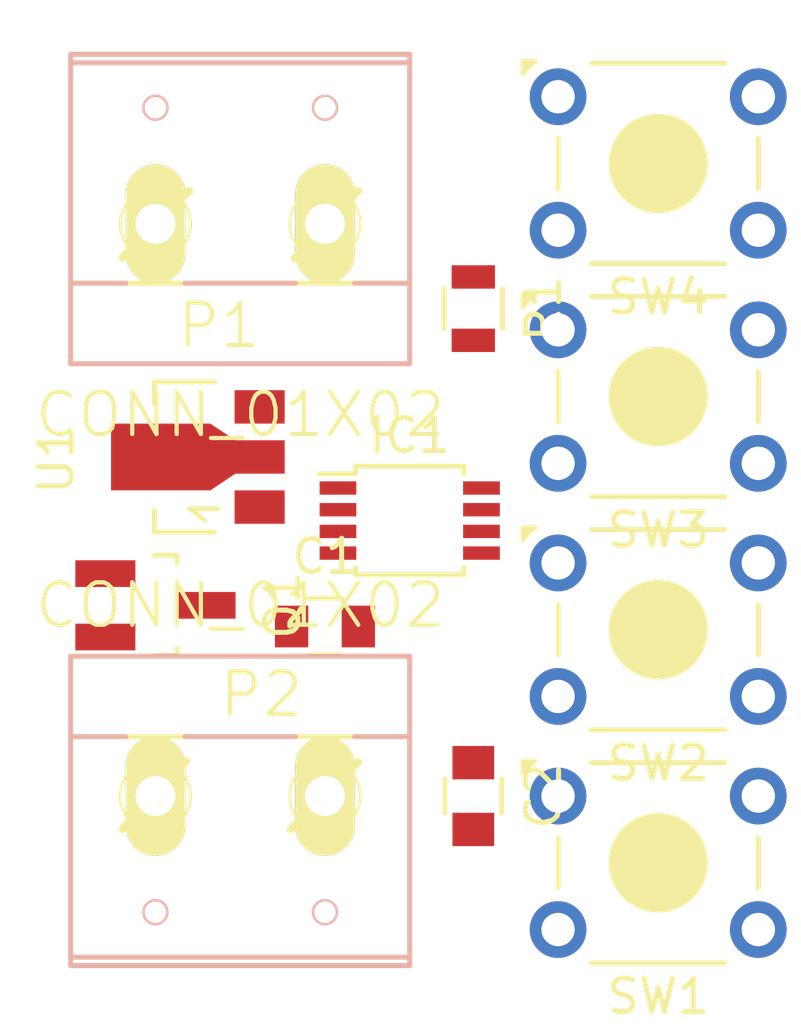
<source format=kicad_pcb>
(kicad_pcb (version 4) (host pcbnew 4.0.2+e4-6225~38~ubuntu16.04.1-stable)

  (general
    (links 24)
    (no_connects 24)
    (area 180.922857 113.665 207.464286 144.77)
    (thickness 1.6)
    (drawings 0)
    (tracks 0)
    (zones 0)
    (modules 12)
    (nets 11)
  )

  (page A4)
  (layers
    (0 F.Cu signal)
    (31 B.Cu signal)
    (32 B.Adhes user)
    (33 F.Adhes user)
    (34 B.Paste user)
    (35 F.Paste user)
    (36 B.SilkS user)
    (37 F.SilkS user)
    (38 B.Mask user)
    (39 F.Mask user)
    (40 Dwgs.User user)
    (41 Cmts.User user)
    (42 Eco1.User user)
    (43 Eco2.User user)
    (44 Edge.Cuts user)
    (45 Margin user)
    (46 B.CrtYd user)
    (47 F.CrtYd user)
    (48 B.Fab user)
    (49 F.Fab user)
  )

  (setup
    (last_trace_width 0.25)
    (trace_clearance 0.2)
    (zone_clearance 0.508)
    (zone_45_only no)
    (trace_min 0.2)
    (segment_width 0.2)
    (edge_width 0.15)
    (via_size 0.6)
    (via_drill 0.4)
    (via_min_size 0.4)
    (via_min_drill 0.3)
    (uvia_size 0.3)
    (uvia_drill 0.1)
    (uvias_allowed no)
    (uvia_min_size 0.2)
    (uvia_min_drill 0.1)
    (pcb_text_width 0.3)
    (pcb_text_size 1.5 1.5)
    (mod_edge_width 0.15)
    (mod_text_size 1 1)
    (mod_text_width 0.15)
    (pad_size 1.524 1.524)
    (pad_drill 0.762)
    (pad_to_mask_clearance 0.2)
    (aux_axis_origin 0 0)
    (visible_elements FFFFFF5F)
    (pcbplotparams
      (layerselection 0x00030_80000001)
      (usegerberextensions false)
      (excludeedgelayer true)
      (linewidth 0.100000)
      (plotframeref false)
      (viasonmask false)
      (mode 1)
      (useauxorigin false)
      (hpglpennumber 1)
      (hpglpenspeed 20)
      (hpglpendiameter 15)
      (hpglpenoverlay 2)
      (psnegative false)
      (psa4output false)
      (plotreference true)
      (plotvalue true)
      (plotinvisibletext false)
      (padsonsilk false)
      (subtractmaskfromsilk false)
      (outputformat 1)
      (mirror false)
      (drillshape 1)
      (scaleselection 1)
      (outputdirectory ""))
  )

  (net 0 "")
  (net 1 +12V)
  (net 2 +5V)
  (net 3 "Net-(IC1-Pad1)")
  (net 4 "Net-(IC1-Pad2)")
  (net 5 "Net-(IC1-Pad3)")
  (net 6 "Net-(IC1-Pad5)")
  (net 7 "Net-(IC1-Pad6)")
  (net 8 "Net-(IC1-Pad7)")
  (net 9 /out)
  (net 10 GND)

  (net_class Default "This is the default net class."
    (clearance 0.2)
    (trace_width 0.25)
    (via_dia 0.6)
    (via_drill 0.4)
    (uvia_dia 0.3)
    (uvia_drill 0.1)
    (add_net +12V)
    (add_net +5V)
    (add_net /out)
    (add_net GND)
    (add_net "Net-(IC1-Pad1)")
    (add_net "Net-(IC1-Pad2)")
    (add_net "Net-(IC1-Pad3)")
    (add_net "Net-(IC1-Pad5)")
    (add_net "Net-(IC1-Pad6)")
    (add_net "Net-(IC1-Pad7)")
  )

  (module Capacitors_SMD:C_0805 (layer F.Cu) (tedit 5415D6EA) (tstamp 57A73F24)
    (at 193.04 132.715)
    (descr "Capacitor SMD 0805, reflow soldering, AVX (see smccp.pdf)")
    (tags "capacitor 0805")
    (path /57A73350)
    (attr smd)
    (fp_text reference C1 (at 0 -2.1) (layer F.SilkS)
      (effects (font (size 1 1) (thickness 0.15)))
    )
    (fp_text value C_Small (at 0 2.1) (layer F.Fab)
      (effects (font (size 1 1) (thickness 0.15)))
    )
    (fp_line (start -1.8 -1) (end 1.8 -1) (layer F.CrtYd) (width 0.05))
    (fp_line (start -1.8 1) (end 1.8 1) (layer F.CrtYd) (width 0.05))
    (fp_line (start -1.8 -1) (end -1.8 1) (layer F.CrtYd) (width 0.05))
    (fp_line (start 1.8 -1) (end 1.8 1) (layer F.CrtYd) (width 0.05))
    (fp_line (start 0.5 -0.85) (end -0.5 -0.85) (layer F.SilkS) (width 0.15))
    (fp_line (start -0.5 0.85) (end 0.5 0.85) (layer F.SilkS) (width 0.15))
    (pad 1 smd rect (at -1 0) (size 1 1.25) (layers F.Cu F.Paste F.Mask)
      (net 1 +12V))
    (pad 2 smd rect (at 1 0) (size 1 1.25) (layers F.Cu F.Paste F.Mask)
      (net 10 GND))
    (model Capacitors_SMD.3dshapes/C_0805.wrl
      (at (xyz 0 0 0))
      (scale (xyz 1 1 1))
      (rotate (xyz 0 0 0))
    )
  )

  (module Capacitors_SMD:C_0805 (layer F.Cu) (tedit 5415D6EA) (tstamp 57A73F2A)
    (at 197.485 137.795 270)
    (descr "Capacitor SMD 0805, reflow soldering, AVX (see smccp.pdf)")
    (tags "capacitor 0805")
    (path /57A73373)
    (attr smd)
    (fp_text reference C2 (at 0 -2.1 270) (layer F.SilkS)
      (effects (font (size 1 1) (thickness 0.15)))
    )
    (fp_text value C_Small (at 0 2.1 270) (layer F.Fab)
      (effects (font (size 1 1) (thickness 0.15)))
    )
    (fp_line (start -1.8 -1) (end 1.8 -1) (layer F.CrtYd) (width 0.05))
    (fp_line (start -1.8 1) (end 1.8 1) (layer F.CrtYd) (width 0.05))
    (fp_line (start -1.8 -1) (end -1.8 1) (layer F.CrtYd) (width 0.05))
    (fp_line (start 1.8 -1) (end 1.8 1) (layer F.CrtYd) (width 0.05))
    (fp_line (start 0.5 -0.85) (end -0.5 -0.85) (layer F.SilkS) (width 0.15))
    (fp_line (start -0.5 0.85) (end 0.5 0.85) (layer F.SilkS) (width 0.15))
    (pad 1 smd rect (at -1 0 270) (size 1 1.25) (layers F.Cu F.Paste F.Mask)
      (net 2 +5V))
    (pad 2 smd rect (at 1 0 270) (size 1 1.25) (layers F.Cu F.Paste F.Mask)
      (net 10 GND))
    (model Capacitors_SMD.3dshapes/C_0805.wrl
      (at (xyz 0 0 0))
      (scale (xyz 1 1 1))
      (rotate (xyz 0 0 0))
    )
  )

  (module Housings_SSOP:TSSOP-8_3x3mm_Pitch0.65mm (layer F.Cu) (tedit 54130A77) (tstamp 57A73F36)
    (at 195.58 129.54)
    (descr "TSSOP8: plastic thin shrink small outline package; 8 leads; body width 3 mm; (see NXP SSOP-TSSOP-VSO-REFLOW.pdf and sot505-1_po.pdf)")
    (tags "SSOP 0.65")
    (path /57A730B7)
    (attr smd)
    (fp_text reference IC1 (at 0 -2.55) (layer F.SilkS)
      (effects (font (size 1 1) (thickness 0.15)))
    )
    (fp_text value ATTINY85-P (at 0 2.55) (layer F.Fab)
      (effects (font (size 1 1) (thickness 0.15)))
    )
    (fp_line (start -2.95 -1.8) (end -2.95 1.8) (layer F.CrtYd) (width 0.05))
    (fp_line (start 2.95 -1.8) (end 2.95 1.8) (layer F.CrtYd) (width 0.05))
    (fp_line (start -2.95 -1.8) (end 2.95 -1.8) (layer F.CrtYd) (width 0.05))
    (fp_line (start -2.95 1.8) (end 2.95 1.8) (layer F.CrtYd) (width 0.05))
    (fp_line (start -1.625 -1.625) (end -1.625 -1.4) (layer F.SilkS) (width 0.15))
    (fp_line (start 1.625 -1.625) (end 1.625 -1.4) (layer F.SilkS) (width 0.15))
    (fp_line (start 1.625 1.625) (end 1.625 1.4) (layer F.SilkS) (width 0.15))
    (fp_line (start -1.625 1.625) (end -1.625 1.4) (layer F.SilkS) (width 0.15))
    (fp_line (start -1.625 -1.625) (end 1.625 -1.625) (layer F.SilkS) (width 0.15))
    (fp_line (start -1.625 1.625) (end 1.625 1.625) (layer F.SilkS) (width 0.15))
    (fp_line (start -1.625 -1.4) (end -2.7 -1.4) (layer F.SilkS) (width 0.15))
    (pad 1 smd rect (at -2.15 -0.975) (size 1.1 0.4) (layers F.Cu F.Paste F.Mask)
      (net 3 "Net-(IC1-Pad1)"))
    (pad 2 smd rect (at -2.15 -0.325) (size 1.1 0.4) (layers F.Cu F.Paste F.Mask)
      (net 4 "Net-(IC1-Pad2)"))
    (pad 3 smd rect (at -2.15 0.325) (size 1.1 0.4) (layers F.Cu F.Paste F.Mask)
      (net 5 "Net-(IC1-Pad3)"))
    (pad 4 smd rect (at -2.15 0.975) (size 1.1 0.4) (layers F.Cu F.Paste F.Mask)
      (net 10 GND))
    (pad 5 smd rect (at 2.15 0.975) (size 1.1 0.4) (layers F.Cu F.Paste F.Mask)
      (net 6 "Net-(IC1-Pad5)"))
    (pad 6 smd rect (at 2.15 0.325) (size 1.1 0.4) (layers F.Cu F.Paste F.Mask)
      (net 7 "Net-(IC1-Pad6)"))
    (pad 7 smd rect (at 2.15 -0.325) (size 1.1 0.4) (layers F.Cu F.Paste F.Mask)
      (net 8 "Net-(IC1-Pad7)"))
    (pad 8 smd rect (at 2.15 -0.975) (size 1.1 0.4) (layers F.Cu F.Paste F.Mask)
      (net 2 +5V))
    (model Housings_SSOP.3dshapes/TSSOP-8_3x3mm_Pitch0.65mm.wrl
      (at (xyz 0 0 0))
      (scale (xyz 1 1 1))
      (rotate (xyz 0 0 0))
    )
  )

  (module con-wago-508:W237-132 (layer F.Cu) (tedit 200000) (tstamp 57A73F3C)
    (at 190.5 120.015)
    (descr "WAGO SREW CLAMP")
    (tags "WAGO SREW CLAMP")
    (path /57A7320A)
    (attr virtual)
    (fp_text reference P1 (at -0.635 3.683) (layer F.SilkS)
      (effects (font (size 1.27 1.27) (thickness 0.127)))
    )
    (fp_text value CONN_01X02 (at 0 6.35) (layer F.SilkS)
      (effects (font (size 1.27 1.27) (thickness 0.127)))
    )
    (fp_line (start -3.5306 1.651) (end -1.524 -0.3556) (layer F.SilkS) (width 0.254))
    (fp_line (start 1.6256 1.6764) (end 3.5306 -0.3556) (layer F.SilkS) (width 0.254))
    (fp_line (start -5.08 -4.191) (end 5.08 -4.191) (layer B.SilkS) (width 0.1524))
    (fp_line (start 5.08 4.826) (end 5.08 2.413) (layer B.SilkS) (width 0.1524))
    (fp_line (start 5.08 4.826) (end -5.08 4.826) (layer B.SilkS) (width 0.1524))
    (fp_line (start -5.08 -4.191) (end -5.08 2.413) (layer B.SilkS) (width 0.1524))
    (fp_line (start -5.08 2.413) (end -3.429 2.413) (layer B.SilkS) (width 0.1524))
    (fp_line (start -3.429 2.413) (end -1.651 2.413) (layer F.SilkS) (width 0.1524))
    (fp_line (start -1.651 2.413) (end 1.651 2.413) (layer B.SilkS) (width 0.1524))
    (fp_line (start 3.429 2.413) (end 5.08 2.413) (layer B.SilkS) (width 0.1524))
    (fp_line (start -5.08 2.413) (end -5.08 4.826) (layer B.SilkS) (width 0.1524))
    (fp_line (start 5.08 2.413) (end 5.08 -4.191) (layer B.SilkS) (width 0.1524))
    (fp_line (start -5.08 -4.191) (end -5.08 -4.445) (layer B.SilkS) (width 0.1524))
    (fp_line (start -5.08 -4.445) (end 5.08 -4.445) (layer B.SilkS) (width 0.1524))
    (fp_line (start 5.08 -4.191) (end 5.08 -4.445) (layer B.SilkS) (width 0.1524))
    (fp_line (start 1.651 2.413) (end 3.429 2.413) (layer F.SilkS) (width 0.1524))
    (fp_circle (center -2.54 0.635) (end -3.2893 1.3843) (layer F.SilkS) (width 0.0762))
    (fp_circle (center -2.54 -2.8448) (end -2.794 -3.0988) (layer B.SilkS) (width 0.0762))
    (fp_circle (center 2.54 0.635) (end 3.2893 1.3843) (layer F.SilkS) (width 0.0762))
    (fp_circle (center 2.54 -2.8448) (end 2.794 -3.0988) (layer B.SilkS) (width 0.0762))
    (pad 1 thru_hole oval (at -2.54 0.635 180) (size 1.78816 3.57886) (drill 1.1938) (layers *.Cu F.Paste F.SilkS F.Mask)
      (net 10 GND))
    (pad 2 thru_hole oval (at 2.54 0.635 180) (size 1.78816 3.57886) (drill 1.1938) (layers *.Cu F.Paste F.SilkS F.Mask)
      (net 1 +12V))
  )

  (module con-wago-508:W237-132 (layer F.Cu) (tedit 200000) (tstamp 57A73F42)
    (at 190.5 138.43 180)
    (descr "WAGO SREW CLAMP")
    (tags "WAGO SREW CLAMP")
    (path /57A7385D)
    (attr virtual)
    (fp_text reference P2 (at -0.635 3.683 180) (layer F.SilkS)
      (effects (font (size 1.27 1.27) (thickness 0.127)))
    )
    (fp_text value CONN_01X02 (at 0 6.35 180) (layer F.SilkS)
      (effects (font (size 1.27 1.27) (thickness 0.127)))
    )
    (fp_line (start -3.5306 1.651) (end -1.524 -0.3556) (layer F.SilkS) (width 0.254))
    (fp_line (start 1.6256 1.6764) (end 3.5306 -0.3556) (layer F.SilkS) (width 0.254))
    (fp_line (start -5.08 -4.191) (end 5.08 -4.191) (layer B.SilkS) (width 0.1524))
    (fp_line (start 5.08 4.826) (end 5.08 2.413) (layer B.SilkS) (width 0.1524))
    (fp_line (start 5.08 4.826) (end -5.08 4.826) (layer B.SilkS) (width 0.1524))
    (fp_line (start -5.08 -4.191) (end -5.08 2.413) (layer B.SilkS) (width 0.1524))
    (fp_line (start -5.08 2.413) (end -3.429 2.413) (layer B.SilkS) (width 0.1524))
    (fp_line (start -3.429 2.413) (end -1.651 2.413) (layer F.SilkS) (width 0.1524))
    (fp_line (start -1.651 2.413) (end 1.651 2.413) (layer B.SilkS) (width 0.1524))
    (fp_line (start 3.429 2.413) (end 5.08 2.413) (layer B.SilkS) (width 0.1524))
    (fp_line (start -5.08 2.413) (end -5.08 4.826) (layer B.SilkS) (width 0.1524))
    (fp_line (start 5.08 2.413) (end 5.08 -4.191) (layer B.SilkS) (width 0.1524))
    (fp_line (start -5.08 -4.191) (end -5.08 -4.445) (layer B.SilkS) (width 0.1524))
    (fp_line (start -5.08 -4.445) (end 5.08 -4.445) (layer B.SilkS) (width 0.1524))
    (fp_line (start 5.08 -4.191) (end 5.08 -4.445) (layer B.SilkS) (width 0.1524))
    (fp_line (start 1.651 2.413) (end 3.429 2.413) (layer F.SilkS) (width 0.1524))
    (fp_circle (center -2.54 0.635) (end -3.2893 1.3843) (layer F.SilkS) (width 0.0762))
    (fp_circle (center -2.54 -2.8448) (end -2.794 -3.0988) (layer B.SilkS) (width 0.0762))
    (fp_circle (center 2.54 0.635) (end 3.2893 1.3843) (layer F.SilkS) (width 0.0762))
    (fp_circle (center 2.54 -2.8448) (end 2.794 -3.0988) (layer B.SilkS) (width 0.0762))
    (pad 1 thru_hole oval (at -2.54 0.635) (size 1.78816 3.57886) (drill 1.1938) (layers *.Cu F.Paste F.SilkS F.Mask)
      (net 9 /out))
    (pad 2 thru_hole oval (at 2.54 0.635) (size 1.78816 3.57886) (drill 1.1938) (layers *.Cu F.Paste F.SilkS F.Mask)
      (net 1 +12V))
  )

  (module TO_SOT_Packages_SMD:SOT-23_Handsoldering (layer F.Cu) (tedit 54E9291B) (tstamp 57A73F49)
    (at 187.96 132.08 270)
    (descr "SOT-23, Handsoldering")
    (tags SOT-23)
    (path /57A7361A)
    (attr smd)
    (fp_text reference Q1 (at 0 -3.81 270) (layer F.SilkS)
      (effects (font (size 1 1) (thickness 0.15)))
    )
    (fp_text value Q_NMOS_GDS (at 0 3.81 270) (layer F.Fab)
      (effects (font (size 1 1) (thickness 0.15)))
    )
    (fp_line (start -1.49982 0.0508) (end -1.49982 -0.65024) (layer F.SilkS) (width 0.15))
    (fp_line (start -1.49982 -0.65024) (end -1.2509 -0.65024) (layer F.SilkS) (width 0.15))
    (fp_line (start 1.29916 -0.65024) (end 1.49982 -0.65024) (layer F.SilkS) (width 0.15))
    (fp_line (start 1.49982 -0.65024) (end 1.49982 0.0508) (layer F.SilkS) (width 0.15))
    (pad 1 smd rect (at -0.95 1.50114 270) (size 0.8001 1.80086) (layers F.Cu F.Paste F.Mask)
      (net 5 "Net-(IC1-Pad3)"))
    (pad 2 smd rect (at 0.95 1.50114 270) (size 0.8001 1.80086) (layers F.Cu F.Paste F.Mask)
      (net 9 /out))
    (pad 3 smd rect (at 0 -1.50114 270) (size 0.8001 1.80086) (layers F.Cu F.Paste F.Mask)
      (net 10 GND))
    (model TO_SOT_Packages_SMD.3dshapes/SOT-23_Handsoldering.wrl
      (at (xyz 0 0 0))
      (scale (xyz 1 1 1))
      (rotate (xyz 0 0 0))
    )
  )

  (module Resistors_SMD:R_0805 (layer F.Cu) (tedit 5415CDEB) (tstamp 57A73F4F)
    (at 197.485 123.19 270)
    (descr "Resistor SMD 0805, reflow soldering, Vishay (see dcrcw.pdf)")
    (tags "resistor 0805")
    (path /57A734B2)
    (attr smd)
    (fp_text reference R1 (at 0 -2.1 270) (layer F.SilkS)
      (effects (font (size 1 1) (thickness 0.15)))
    )
    (fp_text value 10k (at 0 2.1 270) (layer F.Fab)
      (effects (font (size 1 1) (thickness 0.15)))
    )
    (fp_line (start -1.6 -1) (end 1.6 -1) (layer F.CrtYd) (width 0.05))
    (fp_line (start -1.6 1) (end 1.6 1) (layer F.CrtYd) (width 0.05))
    (fp_line (start -1.6 -1) (end -1.6 1) (layer F.CrtYd) (width 0.05))
    (fp_line (start 1.6 -1) (end 1.6 1) (layer F.CrtYd) (width 0.05))
    (fp_line (start 0.6 0.875) (end -0.6 0.875) (layer F.SilkS) (width 0.15))
    (fp_line (start -0.6 -0.875) (end 0.6 -0.875) (layer F.SilkS) (width 0.15))
    (pad 1 smd rect (at -0.95 0 270) (size 0.7 1.3) (layers F.Cu F.Paste F.Mask)
      (net 2 +5V))
    (pad 2 smd rect (at 0.95 0 270) (size 0.7 1.3) (layers F.Cu F.Paste F.Mask)
      (net 3 "Net-(IC1-Pad1)"))
    (model Resistors_SMD.3dshapes/R_0805.wrl
      (at (xyz 0 0 0))
      (scale (xyz 1 1 1))
      (rotate (xyz 0 0 0))
    )
  )

  (module Buttons_Switches_ThroughHole:SW_TH_Tactile_Omron_B3F-10xx (layer F.Cu) (tedit 563F14D4) (tstamp 57A73F57)
    (at 200.025 137.795)
    (descr SW_TH_Tactile_Omron_B3F-10xx)
    (tags "Omron B3F-10xx")
    (path /57A73D21)
    (fp_text reference SW1 (at 3 6) (layer F.SilkS)
      (effects (font (size 1 1) (thickness 0.15)))
    )
    (fp_text value TACTILE_SW (at 2.95 -2.05) (layer F.Fab)
      (effects (font (size 1 1) (thickness 0.15)))
    )
    (fp_line (start -0.95 -1) (end -0.95 -0.9) (layer F.SilkS) (width 0.15))
    (fp_line (start -1.05 -1.05) (end -0.7 -1.05) (layer F.SilkS) (width 0.15))
    (fp_arc (start 0 0) (end -1.05 -0.7) (angle 22.61986495) (layer F.SilkS) (width 0.15))
    (fp_line (start -1.05 -1.05) (end -1.05 -0.7) (layer F.SilkS) (width 0.15))
    (fp_line (start 7.15 -1.15) (end 0.45 -1.15) (layer F.CrtYd) (width 0.05))
    (fp_line (start 7.15 5.15) (end 7.15 -1.15) (layer F.CrtYd) (width 0.05))
    (fp_line (start -1.15 5.15) (end 7.15 5.15) (layer F.CrtYd) (width 0.05))
    (fp_line (start -1.15 0) (end -1.15 5.15) (layer F.CrtYd) (width 0.05))
    (fp_line (start -1.15 -1.15) (end 0.45 -1.15) (layer F.CrtYd) (width 0.05))
    (fp_line (start -1.15 0) (end -1.15 -1.15) (layer F.CrtYd) (width 0.05))
    (fp_circle (center 3 2) (end 4 3) (layer F.SilkS) (width 0.15))
    (fp_line (start 1 5) (end 5 5) (layer F.SilkS) (width 0.15))
    (fp_line (start 1 -1) (end 5 -1) (layer F.SilkS) (width 0.15))
    (fp_line (start 0 2.75) (end 0 1.25) (layer F.SilkS) (width 0.15))
    (fp_line (start 6 1.25) (end 6 2.75) (layer F.SilkS) (width 0.15))
    (fp_line (start 0 2) (end 0 2) (layer F.SilkS) (width 0))
    (fp_line (start 5 5) (end 1 5) (layer F.SilkS) (width 0))
    (fp_line (start 5 -1) (end 1 -1) (layer F.SilkS) (width 0))
    (fp_line (start 6 2) (end 6 2) (layer F.SilkS) (width 0))
    (fp_circle (center 3 2) (end 4 3) (layer F.SilkS) (width 0))
    (pad 4 thru_hole circle (at 6 4) (size 1.7 1.7) (drill 1) (layers *.Cu *.Mask))
    (pad 3 thru_hole circle (at 0 4) (size 1.7 1.7) (drill 1) (layers *.Cu *.Mask)
      (net 10 GND))
    (pad 2 thru_hole circle (at 6 0) (size 1.7 1.7) (drill 1) (layers *.Cu *.Mask))
    (pad 1 thru_hole circle (at 0 0) (size 1.7 1.7) (drill 1) (layers *.Cu *.Mask)
      (net 6 "Net-(IC1-Pad5)"))
  )

  (module Buttons_Switches_ThroughHole:SW_TH_Tactile_Omron_B3F-10xx (layer F.Cu) (tedit 563F14D4) (tstamp 57A73F5F)
    (at 200.025 130.81)
    (descr SW_TH_Tactile_Omron_B3F-10xx)
    (tags "Omron B3F-10xx")
    (path /57A73CC7)
    (fp_text reference SW2 (at 3 6) (layer F.SilkS)
      (effects (font (size 1 1) (thickness 0.15)))
    )
    (fp_text value TACTILE_SW (at 2.95 -2.05) (layer F.Fab)
      (effects (font (size 1 1) (thickness 0.15)))
    )
    (fp_line (start -0.95 -1) (end -0.95 -0.9) (layer F.SilkS) (width 0.15))
    (fp_line (start -1.05 -1.05) (end -0.7 -1.05) (layer F.SilkS) (width 0.15))
    (fp_arc (start 0 0) (end -1.05 -0.7) (angle 22.61986495) (layer F.SilkS) (width 0.15))
    (fp_line (start -1.05 -1.05) (end -1.05 -0.7) (layer F.SilkS) (width 0.15))
    (fp_line (start 7.15 -1.15) (end 0.45 -1.15) (layer F.CrtYd) (width 0.05))
    (fp_line (start 7.15 5.15) (end 7.15 -1.15) (layer F.CrtYd) (width 0.05))
    (fp_line (start -1.15 5.15) (end 7.15 5.15) (layer F.CrtYd) (width 0.05))
    (fp_line (start -1.15 0) (end -1.15 5.15) (layer F.CrtYd) (width 0.05))
    (fp_line (start -1.15 -1.15) (end 0.45 -1.15) (layer F.CrtYd) (width 0.05))
    (fp_line (start -1.15 0) (end -1.15 -1.15) (layer F.CrtYd) (width 0.05))
    (fp_circle (center 3 2) (end 4 3) (layer F.SilkS) (width 0.15))
    (fp_line (start 1 5) (end 5 5) (layer F.SilkS) (width 0.15))
    (fp_line (start 1 -1) (end 5 -1) (layer F.SilkS) (width 0.15))
    (fp_line (start 0 2.75) (end 0 1.25) (layer F.SilkS) (width 0.15))
    (fp_line (start 6 1.25) (end 6 2.75) (layer F.SilkS) (width 0.15))
    (fp_line (start 0 2) (end 0 2) (layer F.SilkS) (width 0))
    (fp_line (start 5 5) (end 1 5) (layer F.SilkS) (width 0))
    (fp_line (start 5 -1) (end 1 -1) (layer F.SilkS) (width 0))
    (fp_line (start 6 2) (end 6 2) (layer F.SilkS) (width 0))
    (fp_circle (center 3 2) (end 4 3) (layer F.SilkS) (width 0))
    (pad 4 thru_hole circle (at 6 4) (size 1.7 1.7) (drill 1) (layers *.Cu *.Mask))
    (pad 3 thru_hole circle (at 0 4) (size 1.7 1.7) (drill 1) (layers *.Cu *.Mask)
      (net 10 GND))
    (pad 2 thru_hole circle (at 6 0) (size 1.7 1.7) (drill 1) (layers *.Cu *.Mask))
    (pad 1 thru_hole circle (at 0 0) (size 1.7 1.7) (drill 1) (layers *.Cu *.Mask)
      (net 7 "Net-(IC1-Pad6)"))
  )

  (module Buttons_Switches_ThroughHole:SW_TH_Tactile_Omron_B3F-10xx (layer F.Cu) (tedit 563F14D4) (tstamp 57A73F67)
    (at 200.025 123.825)
    (descr SW_TH_Tactile_Omron_B3F-10xx)
    (tags "Omron B3F-10xx")
    (path /57A73C91)
    (fp_text reference SW3 (at 3 6) (layer F.SilkS)
      (effects (font (size 1 1) (thickness 0.15)))
    )
    (fp_text value TACTILE_SW (at 2.95 -2.05) (layer F.Fab)
      (effects (font (size 1 1) (thickness 0.15)))
    )
    (fp_line (start -0.95 -1) (end -0.95 -0.9) (layer F.SilkS) (width 0.15))
    (fp_line (start -1.05 -1.05) (end -0.7 -1.05) (layer F.SilkS) (width 0.15))
    (fp_arc (start 0 0) (end -1.05 -0.7) (angle 22.61986495) (layer F.SilkS) (width 0.15))
    (fp_line (start -1.05 -1.05) (end -1.05 -0.7) (layer F.SilkS) (width 0.15))
    (fp_line (start 7.15 -1.15) (end 0.45 -1.15) (layer F.CrtYd) (width 0.05))
    (fp_line (start 7.15 5.15) (end 7.15 -1.15) (layer F.CrtYd) (width 0.05))
    (fp_line (start -1.15 5.15) (end 7.15 5.15) (layer F.CrtYd) (width 0.05))
    (fp_line (start -1.15 0) (end -1.15 5.15) (layer F.CrtYd) (width 0.05))
    (fp_line (start -1.15 -1.15) (end 0.45 -1.15) (layer F.CrtYd) (width 0.05))
    (fp_line (start -1.15 0) (end -1.15 -1.15) (layer F.CrtYd) (width 0.05))
    (fp_circle (center 3 2) (end 4 3) (layer F.SilkS) (width 0.15))
    (fp_line (start 1 5) (end 5 5) (layer F.SilkS) (width 0.15))
    (fp_line (start 1 -1) (end 5 -1) (layer F.SilkS) (width 0.15))
    (fp_line (start 0 2.75) (end 0 1.25) (layer F.SilkS) (width 0.15))
    (fp_line (start 6 1.25) (end 6 2.75) (layer F.SilkS) (width 0.15))
    (fp_line (start 0 2) (end 0 2) (layer F.SilkS) (width 0))
    (fp_line (start 5 5) (end 1 5) (layer F.SilkS) (width 0))
    (fp_line (start 5 -1) (end 1 -1) (layer F.SilkS) (width 0))
    (fp_line (start 6 2) (end 6 2) (layer F.SilkS) (width 0))
    (fp_circle (center 3 2) (end 4 3) (layer F.SilkS) (width 0))
    (pad 4 thru_hole circle (at 6 4) (size 1.7 1.7) (drill 1) (layers *.Cu *.Mask))
    (pad 3 thru_hole circle (at 0 4) (size 1.7 1.7) (drill 1) (layers *.Cu *.Mask)
      (net 10 GND))
    (pad 2 thru_hole circle (at 6 0) (size 1.7 1.7) (drill 1) (layers *.Cu *.Mask))
    (pad 1 thru_hole circle (at 0 0) (size 1.7 1.7) (drill 1) (layers *.Cu *.Mask)
      (net 8 "Net-(IC1-Pad7)"))
  )

  (module Buttons_Switches_ThroughHole:SW_TH_Tactile_Omron_B3F-10xx (layer F.Cu) (tedit 563F14D4) (tstamp 57A73F6F)
    (at 200.025 116.84)
    (descr SW_TH_Tactile_Omron_B3F-10xx)
    (tags "Omron B3F-10xx")
    (path /57A7398D)
    (fp_text reference SW4 (at 3 6) (layer F.SilkS)
      (effects (font (size 1 1) (thickness 0.15)))
    )
    (fp_text value TACTILE_SW (at 2.95 -2.05) (layer F.Fab)
      (effects (font (size 1 1) (thickness 0.15)))
    )
    (fp_line (start -0.95 -1) (end -0.95 -0.9) (layer F.SilkS) (width 0.15))
    (fp_line (start -1.05 -1.05) (end -0.7 -1.05) (layer F.SilkS) (width 0.15))
    (fp_arc (start 0 0) (end -1.05 -0.7) (angle 22.61986495) (layer F.SilkS) (width 0.15))
    (fp_line (start -1.05 -1.05) (end -1.05 -0.7) (layer F.SilkS) (width 0.15))
    (fp_line (start 7.15 -1.15) (end 0.45 -1.15) (layer F.CrtYd) (width 0.05))
    (fp_line (start 7.15 5.15) (end 7.15 -1.15) (layer F.CrtYd) (width 0.05))
    (fp_line (start -1.15 5.15) (end 7.15 5.15) (layer F.CrtYd) (width 0.05))
    (fp_line (start -1.15 0) (end -1.15 5.15) (layer F.CrtYd) (width 0.05))
    (fp_line (start -1.15 -1.15) (end 0.45 -1.15) (layer F.CrtYd) (width 0.05))
    (fp_line (start -1.15 0) (end -1.15 -1.15) (layer F.CrtYd) (width 0.05))
    (fp_circle (center 3 2) (end 4 3) (layer F.SilkS) (width 0.15))
    (fp_line (start 1 5) (end 5 5) (layer F.SilkS) (width 0.15))
    (fp_line (start 1 -1) (end 5 -1) (layer F.SilkS) (width 0.15))
    (fp_line (start 0 2.75) (end 0 1.25) (layer F.SilkS) (width 0.15))
    (fp_line (start 6 1.25) (end 6 2.75) (layer F.SilkS) (width 0.15))
    (fp_line (start 0 2) (end 0 2) (layer F.SilkS) (width 0))
    (fp_line (start 5 5) (end 1 5) (layer F.SilkS) (width 0))
    (fp_line (start 5 -1) (end 1 -1) (layer F.SilkS) (width 0))
    (fp_line (start 6 2) (end 6 2) (layer F.SilkS) (width 0))
    (fp_circle (center 3 2) (end 4 3) (layer F.SilkS) (width 0))
    (pad 4 thru_hole circle (at 6 4) (size 1.7 1.7) (drill 1) (layers *.Cu *.Mask))
    (pad 3 thru_hole circle (at 0 4) (size 1.7 1.7) (drill 1) (layers *.Cu *.Mask)
      (net 10 GND))
    (pad 2 thru_hole circle (at 6 0) (size 1.7 1.7) (drill 1) (layers *.Cu *.Mask))
    (pad 1 thru_hole circle (at 0 0) (size 1.7 1.7) (drill 1) (layers *.Cu *.Mask)
      (net 4 "Net-(IC1-Pad2)"))
  )

  (module TO_SOT_Packages_SMD:SOT89-3_Housing (layer F.Cu) (tedit 0) (tstamp 57A73F78)
    (at 189.23 127.635 90)
    (descr "SOT89-3, Housing,")
    (tags "SOT89-3, Housing,")
    (path /57A7317B)
    (attr smd)
    (fp_text reference U1 (at -0.09906 -4.24942 90) (layer F.SilkS)
      (effects (font (size 1 1) (thickness 0.15)))
    )
    (fp_text value MC78L05ACH (at -0.20066 4.59994 90) (layer F.Fab)
      (effects (font (size 1 1) (thickness 0.15)))
    )
    (fp_line (start -1.89992 0.20066) (end -1.651 -0.09906) (layer F.SilkS) (width 0.15))
    (fp_line (start -1.651 -0.09906) (end -1.5494 -0.24892) (layer F.SilkS) (width 0.15))
    (fp_line (start -1.5494 -0.24892) (end -1.5494 0.59944) (layer F.SilkS) (width 0.15))
    (fp_line (start -2.25044 -1.30048) (end -2.25044 0.50038) (layer F.SilkS) (width 0.15))
    (fp_line (start -2.25044 -1.30048) (end -1.6002 -1.30048) (layer F.SilkS) (width 0.15))
    (fp_line (start 2.25044 -1.30048) (end 2.25044 0.50038) (layer F.SilkS) (width 0.15))
    (fp_line (start 2.25044 -1.30048) (end 1.6002 -1.30048) (layer F.SilkS) (width 0.15))
    (pad 1 smd rect (at -1.50114 1.85166 90) (size 1.00076 1.50114) (layers F.Cu F.Paste F.Mask)
      (net 2 +5V))
    (pad 2 smd rect (at 0 1.85166 90) (size 1.00076 1.50114) (layers F.Cu F.Paste F.Mask)
      (net 10 GND))
    (pad 3 smd rect (at 1.50114 1.85166 90) (size 1.00076 1.50114) (layers F.Cu F.Paste F.Mask)
      (net 1 +12V))
    (pad 2 smd rect (at 0 -1.09982 90) (size 1.99898 2.99974) (layers F.Cu F.Paste F.Mask)
      (net 10 GND))
    (pad 2 smd trapezoid (at 0 0.7493 270) (size 1.50114 0.7493) (rect_delta 0 0.50038 ) (layers F.Cu F.Paste F.Mask)
      (net 10 GND))
    (model TO_SOT_Packages_SMD.3dshapes/SOT89-3_Housing.wrl
      (at (xyz 0 0 0))
      (scale (xyz 0.3937 0.3937 0.3937))
      (rotate (xyz 0 0 0))
    )
  )

)

</source>
